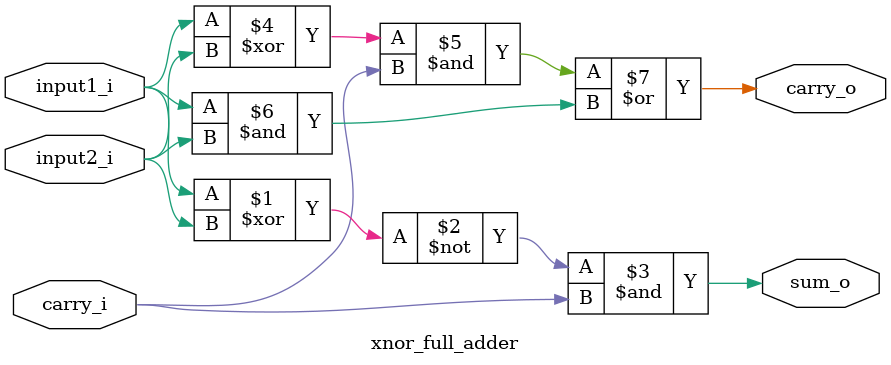
<source format=v>
`timescale 1ns / 1ps
module xnor_full_adder(input1_i,input2_i,carry_i,sum_o,carry_o);
input input1_i, input2_i;
input carry_i;
output sum_o;
output carry_o;

assign sum_o = (~(input1_i ^ input2_i)) & carry_i;
assign carry_o = ((input1_i ^ input2_i) & carry_i) | (input1_i & input2_i);

endmodule

</source>
